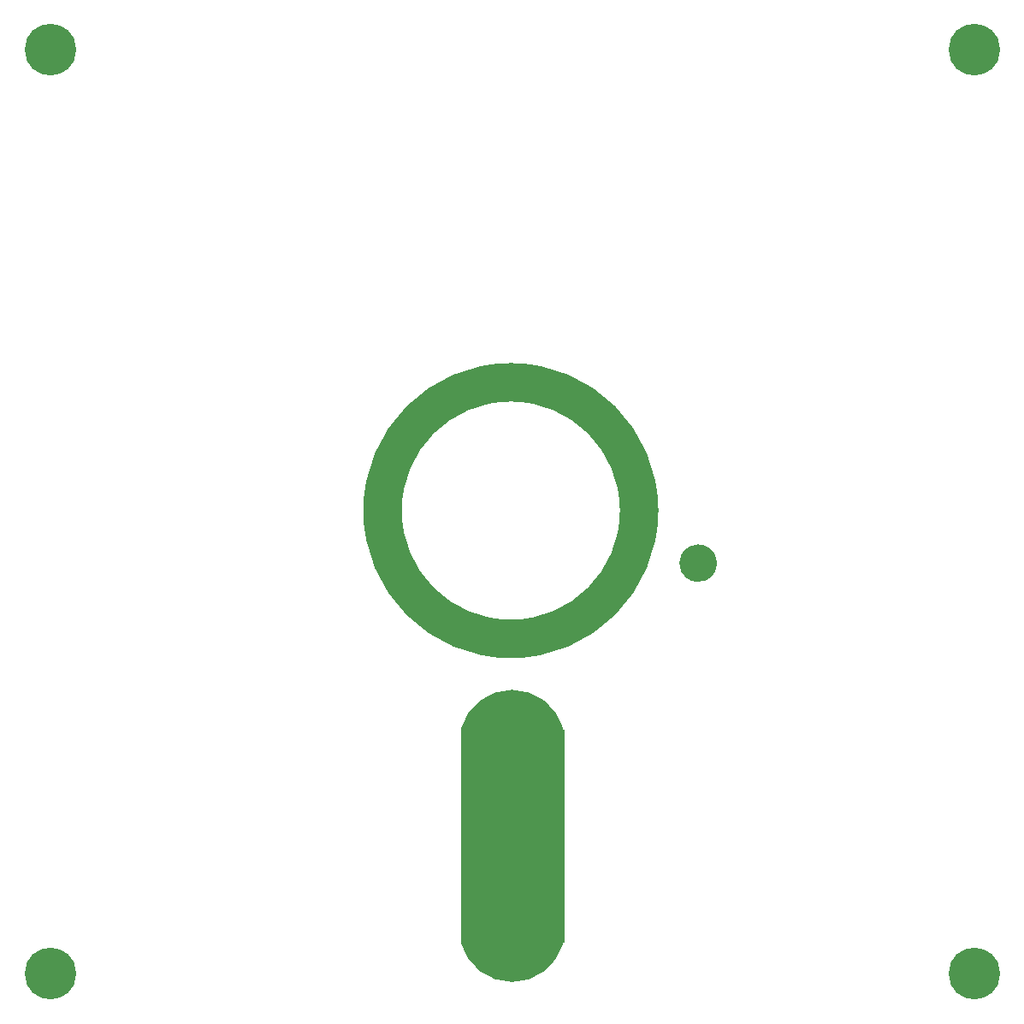
<source format=gts>
G04 #@! TF.GenerationSoftware,KiCad,Pcbnew,(5.1.5)-3*
G04 #@! TF.CreationDate,2020-10-01T21:58:09+02:00*
G04 #@! TF.ProjectId,C64 Pi1541-II Backplate,43363420-5069-4313-9534-312d49492042,rev?*
G04 #@! TF.SameCoordinates,Original*
G04 #@! TF.FileFunction,Soldermask,Top*
G04 #@! TF.FilePolarity,Negative*
%FSLAX46Y46*%
G04 Gerber Fmt 4.6, Leading zero omitted, Abs format (unit mm)*
G04 Created by KiCad (PCBNEW (5.1.5)-3) date 2020-10-01 21:58:09*
%MOMM*%
%LPD*%
G04 APERTURE LIST*
%ADD10C,0.100000*%
%ADD11C,1.150000*%
%ADD12C,3.800000*%
%ADD13C,1.250000*%
%ADD14C,5.100000*%
G04 APERTURE END LIST*
D10*
G36*
X140462000Y-109474000D02*
G01*
X138938000Y-109474000D01*
X138938000Y-107696000D01*
X140462000Y-107696000D01*
X140462000Y-109474000D01*
G37*
X140462000Y-109474000D02*
X138938000Y-109474000D01*
X138938000Y-107696000D01*
X140462000Y-107696000D01*
X140462000Y-109474000D01*
D11*
X140970000Y-108585000D02*
G75*
G03X140970000Y-108585000I-1270000J0D01*
G01*
D12*
X133858000Y-103378000D02*
G75*
G03X133858000Y-103378000I-12700000J0D01*
G01*
D13*
X116840000Y-125730000D02*
G75*
G02X125730000Y-125730000I4445000J-1270000D01*
G01*
X116992773Y-125918109D02*
G75*
G02X125730000Y-126365000I4292227J-1716891D01*
G01*
X116840000Y-125095000D02*
G75*
G02X125730000Y-125095000I4445000J-1270000D01*
G01*
X118110000Y-126365000D02*
G75*
G02X124460000Y-126365000I3175000J-1270000D01*
G01*
X118110000Y-127000000D02*
G75*
G02X124460000Y-127000000I3175000J-1270000D01*
G01*
X124460000Y-144780000D02*
G75*
G02X118110000Y-144780000I-3175000J1270000D01*
G01*
X124460000Y-144145000D02*
G75*
G02X118110000Y-144145000I-3175000J1270000D01*
G01*
X124460000Y-145415000D02*
G75*
G02X118110000Y-145415000I-3175000J1270000D01*
G01*
X125577227Y-145226891D02*
G75*
G02X116840000Y-144780000I-4292227J1716891D01*
G01*
X125577226Y-145861892D02*
G75*
G02X116840000Y-145415000I-4292226J1716892D01*
G01*
D10*
G36*
X126365000Y-146050000D02*
G01*
X116205000Y-146050000D01*
X116205000Y-125095000D01*
X126365000Y-125095000D01*
X126365000Y-146050000D01*
G37*
X126365000Y-146050000D02*
X116205000Y-146050000D01*
X116205000Y-125095000D01*
X126365000Y-125095000D01*
X126365000Y-146050000D01*
D13*
X125730000Y-146050000D02*
G75*
G02X116840000Y-146050000I-4445000J1270000D01*
G01*
D14*
X75565000Y-149225000D03*
X167005000Y-149225000D03*
X167005000Y-57785000D03*
X75565000Y-57785000D03*
M02*

</source>
